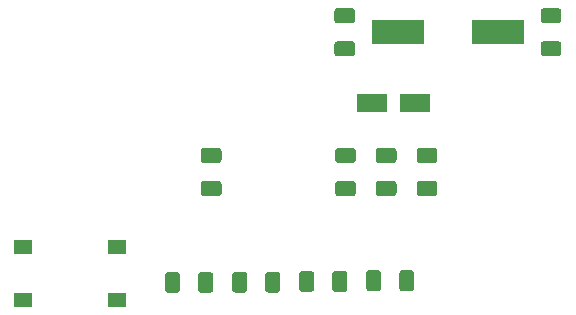
<source format=gbr>
G04 #@! TF.GenerationSoftware,KiCad,Pcbnew,(5.0.0)*
G04 #@! TF.CreationDate,2018-09-03T12:55:52-05:00*
G04 #@! TF.ProjectId,YAPS_Arduino_Shield_AVR,594150535F41726475696E6F5F536869,1.0*
G04 #@! TF.SameCoordinates,Original*
G04 #@! TF.FileFunction,Paste,Top*
G04 #@! TF.FilePolarity,Positive*
%FSLAX46Y46*%
G04 Gerber Fmt 4.6, Leading zero omitted, Abs format (unit mm)*
G04 Created by KiCad (PCBNEW (5.0.0)) date 09/03/18 12:55:52*
%MOMM*%
%LPD*%
G01*
G04 APERTURE LIST*
%ADD10C,0.127000*%
%ADD11C,1.250000*%
%ADD12R,1.550000X1.300000*%
%ADD13R,2.600000X1.600000*%
%ADD14R,4.500000X2.000000*%
G04 APERTURE END LIST*
D10*
G04 #@! TO.C,D4*
G36*
X146047504Y-118214204D02*
X146071773Y-118217804D01*
X146095571Y-118223765D01*
X146118671Y-118232030D01*
X146140849Y-118242520D01*
X146161893Y-118255133D01*
X146181598Y-118269747D01*
X146199777Y-118286223D01*
X146216253Y-118304402D01*
X146230867Y-118324107D01*
X146243480Y-118345151D01*
X146253970Y-118367329D01*
X146262235Y-118390429D01*
X146268196Y-118414227D01*
X146271796Y-118438496D01*
X146273000Y-118463000D01*
X146273000Y-119713000D01*
X146271796Y-119737504D01*
X146268196Y-119761773D01*
X146262235Y-119785571D01*
X146253970Y-119808671D01*
X146243480Y-119830849D01*
X146230867Y-119851893D01*
X146216253Y-119871598D01*
X146199777Y-119889777D01*
X146181598Y-119906253D01*
X146161893Y-119920867D01*
X146140849Y-119933480D01*
X146118671Y-119943970D01*
X146095571Y-119952235D01*
X146071773Y-119958196D01*
X146047504Y-119961796D01*
X146023000Y-119963000D01*
X145273000Y-119963000D01*
X145248496Y-119961796D01*
X145224227Y-119958196D01*
X145200429Y-119952235D01*
X145177329Y-119943970D01*
X145155151Y-119933480D01*
X145134107Y-119920867D01*
X145114402Y-119906253D01*
X145096223Y-119889777D01*
X145079747Y-119871598D01*
X145065133Y-119851893D01*
X145052520Y-119830849D01*
X145042030Y-119808671D01*
X145033765Y-119785571D01*
X145027804Y-119761773D01*
X145024204Y-119737504D01*
X145023000Y-119713000D01*
X145023000Y-118463000D01*
X145024204Y-118438496D01*
X145027804Y-118414227D01*
X145033765Y-118390429D01*
X145042030Y-118367329D01*
X145052520Y-118345151D01*
X145065133Y-118324107D01*
X145079747Y-118304402D01*
X145096223Y-118286223D01*
X145114402Y-118269747D01*
X145134107Y-118255133D01*
X145155151Y-118242520D01*
X145177329Y-118232030D01*
X145200429Y-118223765D01*
X145224227Y-118217804D01*
X145248496Y-118214204D01*
X145273000Y-118213000D01*
X146023000Y-118213000D01*
X146047504Y-118214204D01*
X146047504Y-118214204D01*
G37*
D11*
X145648000Y-119088000D03*
D10*
G36*
X148847504Y-118214204D02*
X148871773Y-118217804D01*
X148895571Y-118223765D01*
X148918671Y-118232030D01*
X148940849Y-118242520D01*
X148961893Y-118255133D01*
X148981598Y-118269747D01*
X148999777Y-118286223D01*
X149016253Y-118304402D01*
X149030867Y-118324107D01*
X149043480Y-118345151D01*
X149053970Y-118367329D01*
X149062235Y-118390429D01*
X149068196Y-118414227D01*
X149071796Y-118438496D01*
X149073000Y-118463000D01*
X149073000Y-119713000D01*
X149071796Y-119737504D01*
X149068196Y-119761773D01*
X149062235Y-119785571D01*
X149053970Y-119808671D01*
X149043480Y-119830849D01*
X149030867Y-119851893D01*
X149016253Y-119871598D01*
X148999777Y-119889777D01*
X148981598Y-119906253D01*
X148961893Y-119920867D01*
X148940849Y-119933480D01*
X148918671Y-119943970D01*
X148895571Y-119952235D01*
X148871773Y-119958196D01*
X148847504Y-119961796D01*
X148823000Y-119963000D01*
X148073000Y-119963000D01*
X148048496Y-119961796D01*
X148024227Y-119958196D01*
X148000429Y-119952235D01*
X147977329Y-119943970D01*
X147955151Y-119933480D01*
X147934107Y-119920867D01*
X147914402Y-119906253D01*
X147896223Y-119889777D01*
X147879747Y-119871598D01*
X147865133Y-119851893D01*
X147852520Y-119830849D01*
X147842030Y-119808671D01*
X147833765Y-119785571D01*
X147827804Y-119761773D01*
X147824204Y-119737504D01*
X147823000Y-119713000D01*
X147823000Y-118463000D01*
X147824204Y-118438496D01*
X147827804Y-118414227D01*
X147833765Y-118390429D01*
X147842030Y-118367329D01*
X147852520Y-118345151D01*
X147865133Y-118324107D01*
X147879747Y-118304402D01*
X147896223Y-118286223D01*
X147914402Y-118269747D01*
X147934107Y-118255133D01*
X147955151Y-118242520D01*
X147977329Y-118232030D01*
X148000429Y-118223765D01*
X148024227Y-118217804D01*
X148048496Y-118214204D01*
X148073000Y-118213000D01*
X148823000Y-118213000D01*
X148847504Y-118214204D01*
X148847504Y-118214204D01*
G37*
D11*
X148448000Y-119088000D03*
G04 #@! TD*
D10*
G04 #@! TO.C,R4*
G36*
X149567504Y-107718204D02*
X149591773Y-107721804D01*
X149615571Y-107727765D01*
X149638671Y-107736030D01*
X149660849Y-107746520D01*
X149681893Y-107759133D01*
X149701598Y-107773747D01*
X149719777Y-107790223D01*
X149736253Y-107808402D01*
X149750867Y-107828107D01*
X149763480Y-107849151D01*
X149773970Y-107871329D01*
X149782235Y-107894429D01*
X149788196Y-107918227D01*
X149791796Y-107942496D01*
X149793000Y-107967000D01*
X149793000Y-108717000D01*
X149791796Y-108741504D01*
X149788196Y-108765773D01*
X149782235Y-108789571D01*
X149773970Y-108812671D01*
X149763480Y-108834849D01*
X149750867Y-108855893D01*
X149736253Y-108875598D01*
X149719777Y-108893777D01*
X149701598Y-108910253D01*
X149681893Y-108924867D01*
X149660849Y-108937480D01*
X149638671Y-108947970D01*
X149615571Y-108956235D01*
X149591773Y-108962196D01*
X149567504Y-108965796D01*
X149543000Y-108967000D01*
X148293000Y-108967000D01*
X148268496Y-108965796D01*
X148244227Y-108962196D01*
X148220429Y-108956235D01*
X148197329Y-108947970D01*
X148175151Y-108937480D01*
X148154107Y-108924867D01*
X148134402Y-108910253D01*
X148116223Y-108893777D01*
X148099747Y-108875598D01*
X148085133Y-108855893D01*
X148072520Y-108834849D01*
X148062030Y-108812671D01*
X148053765Y-108789571D01*
X148047804Y-108765773D01*
X148044204Y-108741504D01*
X148043000Y-108717000D01*
X148043000Y-107967000D01*
X148044204Y-107942496D01*
X148047804Y-107918227D01*
X148053765Y-107894429D01*
X148062030Y-107871329D01*
X148072520Y-107849151D01*
X148085133Y-107828107D01*
X148099747Y-107808402D01*
X148116223Y-107790223D01*
X148134402Y-107773747D01*
X148154107Y-107759133D01*
X148175151Y-107746520D01*
X148197329Y-107736030D01*
X148220429Y-107727765D01*
X148244227Y-107721804D01*
X148268496Y-107718204D01*
X148293000Y-107717000D01*
X149543000Y-107717000D01*
X149567504Y-107718204D01*
X149567504Y-107718204D01*
G37*
D11*
X148918000Y-108342000D03*
D10*
G36*
X149567504Y-110518204D02*
X149591773Y-110521804D01*
X149615571Y-110527765D01*
X149638671Y-110536030D01*
X149660849Y-110546520D01*
X149681893Y-110559133D01*
X149701598Y-110573747D01*
X149719777Y-110590223D01*
X149736253Y-110608402D01*
X149750867Y-110628107D01*
X149763480Y-110649151D01*
X149773970Y-110671329D01*
X149782235Y-110694429D01*
X149788196Y-110718227D01*
X149791796Y-110742496D01*
X149793000Y-110767000D01*
X149793000Y-111517000D01*
X149791796Y-111541504D01*
X149788196Y-111565773D01*
X149782235Y-111589571D01*
X149773970Y-111612671D01*
X149763480Y-111634849D01*
X149750867Y-111655893D01*
X149736253Y-111675598D01*
X149719777Y-111693777D01*
X149701598Y-111710253D01*
X149681893Y-111724867D01*
X149660849Y-111737480D01*
X149638671Y-111747970D01*
X149615571Y-111756235D01*
X149591773Y-111762196D01*
X149567504Y-111765796D01*
X149543000Y-111767000D01*
X148293000Y-111767000D01*
X148268496Y-111765796D01*
X148244227Y-111762196D01*
X148220429Y-111756235D01*
X148197329Y-111747970D01*
X148175151Y-111737480D01*
X148154107Y-111724867D01*
X148134402Y-111710253D01*
X148116223Y-111693777D01*
X148099747Y-111675598D01*
X148085133Y-111655893D01*
X148072520Y-111634849D01*
X148062030Y-111612671D01*
X148053765Y-111589571D01*
X148047804Y-111565773D01*
X148044204Y-111541504D01*
X148043000Y-111517000D01*
X148043000Y-110767000D01*
X148044204Y-110742496D01*
X148047804Y-110718227D01*
X148053765Y-110694429D01*
X148062030Y-110671329D01*
X148072520Y-110649151D01*
X148085133Y-110628107D01*
X148099747Y-110608402D01*
X148116223Y-110590223D01*
X148134402Y-110573747D01*
X148154107Y-110559133D01*
X148175151Y-110546520D01*
X148197329Y-110536030D01*
X148220429Y-110527765D01*
X148244227Y-110521804D01*
X148268496Y-110518204D01*
X148293000Y-110517000D01*
X149543000Y-110517000D01*
X149567504Y-110518204D01*
X149567504Y-110518204D01*
G37*
D11*
X148918000Y-111142000D03*
G04 #@! TD*
D12*
G04 #@! TO.C,SW1*
X140922000Y-120566000D03*
X132972000Y-120566000D03*
X140922000Y-116066000D03*
X132972000Y-116066000D03*
G04 #@! TD*
D10*
G04 #@! TO.C,C1*
G36*
X160872504Y-95888104D02*
X160896773Y-95891704D01*
X160920571Y-95897665D01*
X160943671Y-95905930D01*
X160965849Y-95916420D01*
X160986893Y-95929033D01*
X161006598Y-95943647D01*
X161024777Y-95960123D01*
X161041253Y-95978302D01*
X161055867Y-95998007D01*
X161068480Y-96019051D01*
X161078970Y-96041229D01*
X161087235Y-96064329D01*
X161093196Y-96088127D01*
X161096796Y-96112396D01*
X161098000Y-96136900D01*
X161098000Y-96886900D01*
X161096796Y-96911404D01*
X161093196Y-96935673D01*
X161087235Y-96959471D01*
X161078970Y-96982571D01*
X161068480Y-97004749D01*
X161055867Y-97025793D01*
X161041253Y-97045498D01*
X161024777Y-97063677D01*
X161006598Y-97080153D01*
X160986893Y-97094767D01*
X160965849Y-97107380D01*
X160943671Y-97117870D01*
X160920571Y-97126135D01*
X160896773Y-97132096D01*
X160872504Y-97135696D01*
X160848000Y-97136900D01*
X159598000Y-97136900D01*
X159573496Y-97135696D01*
X159549227Y-97132096D01*
X159525429Y-97126135D01*
X159502329Y-97117870D01*
X159480151Y-97107380D01*
X159459107Y-97094767D01*
X159439402Y-97080153D01*
X159421223Y-97063677D01*
X159404747Y-97045498D01*
X159390133Y-97025793D01*
X159377520Y-97004749D01*
X159367030Y-96982571D01*
X159358765Y-96959471D01*
X159352804Y-96935673D01*
X159349204Y-96911404D01*
X159348000Y-96886900D01*
X159348000Y-96136900D01*
X159349204Y-96112396D01*
X159352804Y-96088127D01*
X159358765Y-96064329D01*
X159367030Y-96041229D01*
X159377520Y-96019051D01*
X159390133Y-95998007D01*
X159404747Y-95978302D01*
X159421223Y-95960123D01*
X159439402Y-95943647D01*
X159459107Y-95929033D01*
X159480151Y-95916420D01*
X159502329Y-95905930D01*
X159525429Y-95897665D01*
X159549227Y-95891704D01*
X159573496Y-95888104D01*
X159598000Y-95886900D01*
X160848000Y-95886900D01*
X160872504Y-95888104D01*
X160872504Y-95888104D01*
G37*
D11*
X160223000Y-96511900D03*
D10*
G36*
X160872504Y-98688104D02*
X160896773Y-98691704D01*
X160920571Y-98697665D01*
X160943671Y-98705930D01*
X160965849Y-98716420D01*
X160986893Y-98729033D01*
X161006598Y-98743647D01*
X161024777Y-98760123D01*
X161041253Y-98778302D01*
X161055867Y-98798007D01*
X161068480Y-98819051D01*
X161078970Y-98841229D01*
X161087235Y-98864329D01*
X161093196Y-98888127D01*
X161096796Y-98912396D01*
X161098000Y-98936900D01*
X161098000Y-99686900D01*
X161096796Y-99711404D01*
X161093196Y-99735673D01*
X161087235Y-99759471D01*
X161078970Y-99782571D01*
X161068480Y-99804749D01*
X161055867Y-99825793D01*
X161041253Y-99845498D01*
X161024777Y-99863677D01*
X161006598Y-99880153D01*
X160986893Y-99894767D01*
X160965849Y-99907380D01*
X160943671Y-99917870D01*
X160920571Y-99926135D01*
X160896773Y-99932096D01*
X160872504Y-99935696D01*
X160848000Y-99936900D01*
X159598000Y-99936900D01*
X159573496Y-99935696D01*
X159549227Y-99932096D01*
X159525429Y-99926135D01*
X159502329Y-99917870D01*
X159480151Y-99907380D01*
X159459107Y-99894767D01*
X159439402Y-99880153D01*
X159421223Y-99863677D01*
X159404747Y-99845498D01*
X159390133Y-99825793D01*
X159377520Y-99804749D01*
X159367030Y-99782571D01*
X159358765Y-99759471D01*
X159352804Y-99735673D01*
X159349204Y-99711404D01*
X159348000Y-99686900D01*
X159348000Y-98936900D01*
X159349204Y-98912396D01*
X159352804Y-98888127D01*
X159358765Y-98864329D01*
X159367030Y-98841229D01*
X159377520Y-98819051D01*
X159390133Y-98798007D01*
X159404747Y-98778302D01*
X159421223Y-98760123D01*
X159439402Y-98743647D01*
X159459107Y-98729033D01*
X159480151Y-98716420D01*
X159502329Y-98705930D01*
X159525429Y-98697665D01*
X159549227Y-98691704D01*
X159573496Y-98688104D01*
X159598000Y-98686900D01*
X160848000Y-98686900D01*
X160872504Y-98688104D01*
X160872504Y-98688104D01*
G37*
D11*
X160223000Y-99311900D03*
G04 #@! TD*
D10*
G04 #@! TO.C,C2*
G36*
X178340504Y-98688104D02*
X178364773Y-98691704D01*
X178388571Y-98697665D01*
X178411671Y-98705930D01*
X178433849Y-98716420D01*
X178454893Y-98729033D01*
X178474598Y-98743647D01*
X178492777Y-98760123D01*
X178509253Y-98778302D01*
X178523867Y-98798007D01*
X178536480Y-98819051D01*
X178546970Y-98841229D01*
X178555235Y-98864329D01*
X178561196Y-98888127D01*
X178564796Y-98912396D01*
X178566000Y-98936900D01*
X178566000Y-99686900D01*
X178564796Y-99711404D01*
X178561196Y-99735673D01*
X178555235Y-99759471D01*
X178546970Y-99782571D01*
X178536480Y-99804749D01*
X178523867Y-99825793D01*
X178509253Y-99845498D01*
X178492777Y-99863677D01*
X178474598Y-99880153D01*
X178454893Y-99894767D01*
X178433849Y-99907380D01*
X178411671Y-99917870D01*
X178388571Y-99926135D01*
X178364773Y-99932096D01*
X178340504Y-99935696D01*
X178316000Y-99936900D01*
X177066000Y-99936900D01*
X177041496Y-99935696D01*
X177017227Y-99932096D01*
X176993429Y-99926135D01*
X176970329Y-99917870D01*
X176948151Y-99907380D01*
X176927107Y-99894767D01*
X176907402Y-99880153D01*
X176889223Y-99863677D01*
X176872747Y-99845498D01*
X176858133Y-99825793D01*
X176845520Y-99804749D01*
X176835030Y-99782571D01*
X176826765Y-99759471D01*
X176820804Y-99735673D01*
X176817204Y-99711404D01*
X176816000Y-99686900D01*
X176816000Y-98936900D01*
X176817204Y-98912396D01*
X176820804Y-98888127D01*
X176826765Y-98864329D01*
X176835030Y-98841229D01*
X176845520Y-98819051D01*
X176858133Y-98798007D01*
X176872747Y-98778302D01*
X176889223Y-98760123D01*
X176907402Y-98743647D01*
X176927107Y-98729033D01*
X176948151Y-98716420D01*
X176970329Y-98705930D01*
X176993429Y-98697665D01*
X177017227Y-98691704D01*
X177041496Y-98688104D01*
X177066000Y-98686900D01*
X178316000Y-98686900D01*
X178340504Y-98688104D01*
X178340504Y-98688104D01*
G37*
D11*
X177691000Y-99311900D03*
D10*
G36*
X178340504Y-95888104D02*
X178364773Y-95891704D01*
X178388571Y-95897665D01*
X178411671Y-95905930D01*
X178433849Y-95916420D01*
X178454893Y-95929033D01*
X178474598Y-95943647D01*
X178492777Y-95960123D01*
X178509253Y-95978302D01*
X178523867Y-95998007D01*
X178536480Y-96019051D01*
X178546970Y-96041229D01*
X178555235Y-96064329D01*
X178561196Y-96088127D01*
X178564796Y-96112396D01*
X178566000Y-96136900D01*
X178566000Y-96886900D01*
X178564796Y-96911404D01*
X178561196Y-96935673D01*
X178555235Y-96959471D01*
X178546970Y-96982571D01*
X178536480Y-97004749D01*
X178523867Y-97025793D01*
X178509253Y-97045498D01*
X178492777Y-97063677D01*
X178474598Y-97080153D01*
X178454893Y-97094767D01*
X178433849Y-97107380D01*
X178411671Y-97117870D01*
X178388571Y-97126135D01*
X178364773Y-97132096D01*
X178340504Y-97135696D01*
X178316000Y-97136900D01*
X177066000Y-97136900D01*
X177041496Y-97135696D01*
X177017227Y-97132096D01*
X176993429Y-97126135D01*
X176970329Y-97117870D01*
X176948151Y-97107380D01*
X176927107Y-97094767D01*
X176907402Y-97080153D01*
X176889223Y-97063677D01*
X176872747Y-97045498D01*
X176858133Y-97025793D01*
X176845520Y-97004749D01*
X176835030Y-96982571D01*
X176826765Y-96959471D01*
X176820804Y-96935673D01*
X176817204Y-96911404D01*
X176816000Y-96886900D01*
X176816000Y-96136900D01*
X176817204Y-96112396D01*
X176820804Y-96088127D01*
X176826765Y-96064329D01*
X176835030Y-96041229D01*
X176845520Y-96019051D01*
X176858133Y-95998007D01*
X176872747Y-95978302D01*
X176889223Y-95960123D01*
X176907402Y-95943647D01*
X176927107Y-95929033D01*
X176948151Y-95916420D01*
X176970329Y-95905930D01*
X176993429Y-95897665D01*
X177017227Y-95891704D01*
X177041496Y-95888104D01*
X177066000Y-95886900D01*
X178316000Y-95886900D01*
X178340504Y-95888104D01*
X178340504Y-95888104D01*
G37*
D11*
X177691000Y-96511900D03*
G04 #@! TD*
D13*
G04 #@! TO.C,C3*
X166158000Y-103886000D03*
X162558000Y-103886000D03*
G04 #@! TD*
D10*
G04 #@! TO.C,D1*
G36*
X165875504Y-118074204D02*
X165899773Y-118077804D01*
X165923571Y-118083765D01*
X165946671Y-118092030D01*
X165968849Y-118102520D01*
X165989893Y-118115133D01*
X166009598Y-118129747D01*
X166027777Y-118146223D01*
X166044253Y-118164402D01*
X166058867Y-118184107D01*
X166071480Y-118205151D01*
X166081970Y-118227329D01*
X166090235Y-118250429D01*
X166096196Y-118274227D01*
X166099796Y-118298496D01*
X166101000Y-118323000D01*
X166101000Y-119573000D01*
X166099796Y-119597504D01*
X166096196Y-119621773D01*
X166090235Y-119645571D01*
X166081970Y-119668671D01*
X166071480Y-119690849D01*
X166058867Y-119711893D01*
X166044253Y-119731598D01*
X166027777Y-119749777D01*
X166009598Y-119766253D01*
X165989893Y-119780867D01*
X165968849Y-119793480D01*
X165946671Y-119803970D01*
X165923571Y-119812235D01*
X165899773Y-119818196D01*
X165875504Y-119821796D01*
X165851000Y-119823000D01*
X165101000Y-119823000D01*
X165076496Y-119821796D01*
X165052227Y-119818196D01*
X165028429Y-119812235D01*
X165005329Y-119803970D01*
X164983151Y-119793480D01*
X164962107Y-119780867D01*
X164942402Y-119766253D01*
X164924223Y-119749777D01*
X164907747Y-119731598D01*
X164893133Y-119711893D01*
X164880520Y-119690849D01*
X164870030Y-119668671D01*
X164861765Y-119645571D01*
X164855804Y-119621773D01*
X164852204Y-119597504D01*
X164851000Y-119573000D01*
X164851000Y-118323000D01*
X164852204Y-118298496D01*
X164855804Y-118274227D01*
X164861765Y-118250429D01*
X164870030Y-118227329D01*
X164880520Y-118205151D01*
X164893133Y-118184107D01*
X164907747Y-118164402D01*
X164924223Y-118146223D01*
X164942402Y-118129747D01*
X164962107Y-118115133D01*
X164983151Y-118102520D01*
X165005329Y-118092030D01*
X165028429Y-118083765D01*
X165052227Y-118077804D01*
X165076496Y-118074204D01*
X165101000Y-118073000D01*
X165851000Y-118073000D01*
X165875504Y-118074204D01*
X165875504Y-118074204D01*
G37*
D11*
X165476000Y-118948000D03*
D10*
G36*
X163075504Y-118074204D02*
X163099773Y-118077804D01*
X163123571Y-118083765D01*
X163146671Y-118092030D01*
X163168849Y-118102520D01*
X163189893Y-118115133D01*
X163209598Y-118129747D01*
X163227777Y-118146223D01*
X163244253Y-118164402D01*
X163258867Y-118184107D01*
X163271480Y-118205151D01*
X163281970Y-118227329D01*
X163290235Y-118250429D01*
X163296196Y-118274227D01*
X163299796Y-118298496D01*
X163301000Y-118323000D01*
X163301000Y-119573000D01*
X163299796Y-119597504D01*
X163296196Y-119621773D01*
X163290235Y-119645571D01*
X163281970Y-119668671D01*
X163271480Y-119690849D01*
X163258867Y-119711893D01*
X163244253Y-119731598D01*
X163227777Y-119749777D01*
X163209598Y-119766253D01*
X163189893Y-119780867D01*
X163168849Y-119793480D01*
X163146671Y-119803970D01*
X163123571Y-119812235D01*
X163099773Y-119818196D01*
X163075504Y-119821796D01*
X163051000Y-119823000D01*
X162301000Y-119823000D01*
X162276496Y-119821796D01*
X162252227Y-119818196D01*
X162228429Y-119812235D01*
X162205329Y-119803970D01*
X162183151Y-119793480D01*
X162162107Y-119780867D01*
X162142402Y-119766253D01*
X162124223Y-119749777D01*
X162107747Y-119731598D01*
X162093133Y-119711893D01*
X162080520Y-119690849D01*
X162070030Y-119668671D01*
X162061765Y-119645571D01*
X162055804Y-119621773D01*
X162052204Y-119597504D01*
X162051000Y-119573000D01*
X162051000Y-118323000D01*
X162052204Y-118298496D01*
X162055804Y-118274227D01*
X162061765Y-118250429D01*
X162070030Y-118227329D01*
X162080520Y-118205151D01*
X162093133Y-118184107D01*
X162107747Y-118164402D01*
X162124223Y-118146223D01*
X162142402Y-118129747D01*
X162162107Y-118115133D01*
X162183151Y-118102520D01*
X162205329Y-118092030D01*
X162228429Y-118083765D01*
X162252227Y-118077804D01*
X162276496Y-118074204D01*
X162301000Y-118073000D01*
X163051000Y-118073000D01*
X163075504Y-118074204D01*
X163075504Y-118074204D01*
G37*
D11*
X162676000Y-118948000D03*
G04 #@! TD*
D10*
G04 #@! TO.C,D2*
G36*
X157399504Y-118138204D02*
X157423773Y-118141804D01*
X157447571Y-118147765D01*
X157470671Y-118156030D01*
X157492849Y-118166520D01*
X157513893Y-118179133D01*
X157533598Y-118193747D01*
X157551777Y-118210223D01*
X157568253Y-118228402D01*
X157582867Y-118248107D01*
X157595480Y-118269151D01*
X157605970Y-118291329D01*
X157614235Y-118314429D01*
X157620196Y-118338227D01*
X157623796Y-118362496D01*
X157625000Y-118387000D01*
X157625000Y-119637000D01*
X157623796Y-119661504D01*
X157620196Y-119685773D01*
X157614235Y-119709571D01*
X157605970Y-119732671D01*
X157595480Y-119754849D01*
X157582867Y-119775893D01*
X157568253Y-119795598D01*
X157551777Y-119813777D01*
X157533598Y-119830253D01*
X157513893Y-119844867D01*
X157492849Y-119857480D01*
X157470671Y-119867970D01*
X157447571Y-119876235D01*
X157423773Y-119882196D01*
X157399504Y-119885796D01*
X157375000Y-119887000D01*
X156625000Y-119887000D01*
X156600496Y-119885796D01*
X156576227Y-119882196D01*
X156552429Y-119876235D01*
X156529329Y-119867970D01*
X156507151Y-119857480D01*
X156486107Y-119844867D01*
X156466402Y-119830253D01*
X156448223Y-119813777D01*
X156431747Y-119795598D01*
X156417133Y-119775893D01*
X156404520Y-119754849D01*
X156394030Y-119732671D01*
X156385765Y-119709571D01*
X156379804Y-119685773D01*
X156376204Y-119661504D01*
X156375000Y-119637000D01*
X156375000Y-118387000D01*
X156376204Y-118362496D01*
X156379804Y-118338227D01*
X156385765Y-118314429D01*
X156394030Y-118291329D01*
X156404520Y-118269151D01*
X156417133Y-118248107D01*
X156431747Y-118228402D01*
X156448223Y-118210223D01*
X156466402Y-118193747D01*
X156486107Y-118179133D01*
X156507151Y-118166520D01*
X156529329Y-118156030D01*
X156552429Y-118147765D01*
X156576227Y-118141804D01*
X156600496Y-118138204D01*
X156625000Y-118137000D01*
X157375000Y-118137000D01*
X157399504Y-118138204D01*
X157399504Y-118138204D01*
G37*
D11*
X157000000Y-119012000D03*
D10*
G36*
X160199504Y-118138204D02*
X160223773Y-118141804D01*
X160247571Y-118147765D01*
X160270671Y-118156030D01*
X160292849Y-118166520D01*
X160313893Y-118179133D01*
X160333598Y-118193747D01*
X160351777Y-118210223D01*
X160368253Y-118228402D01*
X160382867Y-118248107D01*
X160395480Y-118269151D01*
X160405970Y-118291329D01*
X160414235Y-118314429D01*
X160420196Y-118338227D01*
X160423796Y-118362496D01*
X160425000Y-118387000D01*
X160425000Y-119637000D01*
X160423796Y-119661504D01*
X160420196Y-119685773D01*
X160414235Y-119709571D01*
X160405970Y-119732671D01*
X160395480Y-119754849D01*
X160382867Y-119775893D01*
X160368253Y-119795598D01*
X160351777Y-119813777D01*
X160333598Y-119830253D01*
X160313893Y-119844867D01*
X160292849Y-119857480D01*
X160270671Y-119867970D01*
X160247571Y-119876235D01*
X160223773Y-119882196D01*
X160199504Y-119885796D01*
X160175000Y-119887000D01*
X159425000Y-119887000D01*
X159400496Y-119885796D01*
X159376227Y-119882196D01*
X159352429Y-119876235D01*
X159329329Y-119867970D01*
X159307151Y-119857480D01*
X159286107Y-119844867D01*
X159266402Y-119830253D01*
X159248223Y-119813777D01*
X159231747Y-119795598D01*
X159217133Y-119775893D01*
X159204520Y-119754849D01*
X159194030Y-119732671D01*
X159185765Y-119709571D01*
X159179804Y-119685773D01*
X159176204Y-119661504D01*
X159175000Y-119637000D01*
X159175000Y-118387000D01*
X159176204Y-118362496D01*
X159179804Y-118338227D01*
X159185765Y-118314429D01*
X159194030Y-118291329D01*
X159204520Y-118269151D01*
X159217133Y-118248107D01*
X159231747Y-118228402D01*
X159248223Y-118210223D01*
X159266402Y-118193747D01*
X159286107Y-118179133D01*
X159307151Y-118166520D01*
X159329329Y-118156030D01*
X159352429Y-118147765D01*
X159376227Y-118141804D01*
X159400496Y-118138204D01*
X159425000Y-118137000D01*
X160175000Y-118137000D01*
X160199504Y-118138204D01*
X160199504Y-118138204D01*
G37*
D11*
X159800000Y-119012000D03*
G04 #@! TD*
D10*
G04 #@! TO.C,D3*
G36*
X151723504Y-118201204D02*
X151747773Y-118204804D01*
X151771571Y-118210765D01*
X151794671Y-118219030D01*
X151816849Y-118229520D01*
X151837893Y-118242133D01*
X151857598Y-118256747D01*
X151875777Y-118273223D01*
X151892253Y-118291402D01*
X151906867Y-118311107D01*
X151919480Y-118332151D01*
X151929970Y-118354329D01*
X151938235Y-118377429D01*
X151944196Y-118401227D01*
X151947796Y-118425496D01*
X151949000Y-118450000D01*
X151949000Y-119700000D01*
X151947796Y-119724504D01*
X151944196Y-119748773D01*
X151938235Y-119772571D01*
X151929970Y-119795671D01*
X151919480Y-119817849D01*
X151906867Y-119838893D01*
X151892253Y-119858598D01*
X151875777Y-119876777D01*
X151857598Y-119893253D01*
X151837893Y-119907867D01*
X151816849Y-119920480D01*
X151794671Y-119930970D01*
X151771571Y-119939235D01*
X151747773Y-119945196D01*
X151723504Y-119948796D01*
X151699000Y-119950000D01*
X150949000Y-119950000D01*
X150924496Y-119948796D01*
X150900227Y-119945196D01*
X150876429Y-119939235D01*
X150853329Y-119930970D01*
X150831151Y-119920480D01*
X150810107Y-119907867D01*
X150790402Y-119893253D01*
X150772223Y-119876777D01*
X150755747Y-119858598D01*
X150741133Y-119838893D01*
X150728520Y-119817849D01*
X150718030Y-119795671D01*
X150709765Y-119772571D01*
X150703804Y-119748773D01*
X150700204Y-119724504D01*
X150699000Y-119700000D01*
X150699000Y-118450000D01*
X150700204Y-118425496D01*
X150703804Y-118401227D01*
X150709765Y-118377429D01*
X150718030Y-118354329D01*
X150728520Y-118332151D01*
X150741133Y-118311107D01*
X150755747Y-118291402D01*
X150772223Y-118273223D01*
X150790402Y-118256747D01*
X150810107Y-118242133D01*
X150831151Y-118229520D01*
X150853329Y-118219030D01*
X150876429Y-118210765D01*
X150900227Y-118204804D01*
X150924496Y-118201204D01*
X150949000Y-118200000D01*
X151699000Y-118200000D01*
X151723504Y-118201204D01*
X151723504Y-118201204D01*
G37*
D11*
X151324000Y-119075000D03*
D10*
G36*
X154523504Y-118201204D02*
X154547773Y-118204804D01*
X154571571Y-118210765D01*
X154594671Y-118219030D01*
X154616849Y-118229520D01*
X154637893Y-118242133D01*
X154657598Y-118256747D01*
X154675777Y-118273223D01*
X154692253Y-118291402D01*
X154706867Y-118311107D01*
X154719480Y-118332151D01*
X154729970Y-118354329D01*
X154738235Y-118377429D01*
X154744196Y-118401227D01*
X154747796Y-118425496D01*
X154749000Y-118450000D01*
X154749000Y-119700000D01*
X154747796Y-119724504D01*
X154744196Y-119748773D01*
X154738235Y-119772571D01*
X154729970Y-119795671D01*
X154719480Y-119817849D01*
X154706867Y-119838893D01*
X154692253Y-119858598D01*
X154675777Y-119876777D01*
X154657598Y-119893253D01*
X154637893Y-119907867D01*
X154616849Y-119920480D01*
X154594671Y-119930970D01*
X154571571Y-119939235D01*
X154547773Y-119945196D01*
X154523504Y-119948796D01*
X154499000Y-119950000D01*
X153749000Y-119950000D01*
X153724496Y-119948796D01*
X153700227Y-119945196D01*
X153676429Y-119939235D01*
X153653329Y-119930970D01*
X153631151Y-119920480D01*
X153610107Y-119907867D01*
X153590402Y-119893253D01*
X153572223Y-119876777D01*
X153555747Y-119858598D01*
X153541133Y-119838893D01*
X153528520Y-119817849D01*
X153518030Y-119795671D01*
X153509765Y-119772571D01*
X153503804Y-119748773D01*
X153500204Y-119724504D01*
X153499000Y-119700000D01*
X153499000Y-118450000D01*
X153500204Y-118425496D01*
X153503804Y-118401227D01*
X153509765Y-118377429D01*
X153518030Y-118354329D01*
X153528520Y-118332151D01*
X153541133Y-118311107D01*
X153555747Y-118291402D01*
X153572223Y-118273223D01*
X153590402Y-118256747D01*
X153610107Y-118242133D01*
X153631151Y-118229520D01*
X153653329Y-118219030D01*
X153676429Y-118210765D01*
X153700227Y-118204804D01*
X153724496Y-118201204D01*
X153749000Y-118200000D01*
X154499000Y-118200000D01*
X154523504Y-118201204D01*
X154523504Y-118201204D01*
G37*
D11*
X154124000Y-119075000D03*
G04 #@! TD*
D10*
G04 #@! TO.C,R1*
G36*
X160936504Y-107718204D02*
X160960773Y-107721804D01*
X160984571Y-107727765D01*
X161007671Y-107736030D01*
X161029849Y-107746520D01*
X161050893Y-107759133D01*
X161070598Y-107773747D01*
X161088777Y-107790223D01*
X161105253Y-107808402D01*
X161119867Y-107828107D01*
X161132480Y-107849151D01*
X161142970Y-107871329D01*
X161151235Y-107894429D01*
X161157196Y-107918227D01*
X161160796Y-107942496D01*
X161162000Y-107967000D01*
X161162000Y-108717000D01*
X161160796Y-108741504D01*
X161157196Y-108765773D01*
X161151235Y-108789571D01*
X161142970Y-108812671D01*
X161132480Y-108834849D01*
X161119867Y-108855893D01*
X161105253Y-108875598D01*
X161088777Y-108893777D01*
X161070598Y-108910253D01*
X161050893Y-108924867D01*
X161029849Y-108937480D01*
X161007671Y-108947970D01*
X160984571Y-108956235D01*
X160960773Y-108962196D01*
X160936504Y-108965796D01*
X160912000Y-108967000D01*
X159662000Y-108967000D01*
X159637496Y-108965796D01*
X159613227Y-108962196D01*
X159589429Y-108956235D01*
X159566329Y-108947970D01*
X159544151Y-108937480D01*
X159523107Y-108924867D01*
X159503402Y-108910253D01*
X159485223Y-108893777D01*
X159468747Y-108875598D01*
X159454133Y-108855893D01*
X159441520Y-108834849D01*
X159431030Y-108812671D01*
X159422765Y-108789571D01*
X159416804Y-108765773D01*
X159413204Y-108741504D01*
X159412000Y-108717000D01*
X159412000Y-107967000D01*
X159413204Y-107942496D01*
X159416804Y-107918227D01*
X159422765Y-107894429D01*
X159431030Y-107871329D01*
X159441520Y-107849151D01*
X159454133Y-107828107D01*
X159468747Y-107808402D01*
X159485223Y-107790223D01*
X159503402Y-107773747D01*
X159523107Y-107759133D01*
X159544151Y-107746520D01*
X159566329Y-107736030D01*
X159589429Y-107727765D01*
X159613227Y-107721804D01*
X159637496Y-107718204D01*
X159662000Y-107717000D01*
X160912000Y-107717000D01*
X160936504Y-107718204D01*
X160936504Y-107718204D01*
G37*
D11*
X160287000Y-108342000D03*
D10*
G36*
X160936504Y-110518204D02*
X160960773Y-110521804D01*
X160984571Y-110527765D01*
X161007671Y-110536030D01*
X161029849Y-110546520D01*
X161050893Y-110559133D01*
X161070598Y-110573747D01*
X161088777Y-110590223D01*
X161105253Y-110608402D01*
X161119867Y-110628107D01*
X161132480Y-110649151D01*
X161142970Y-110671329D01*
X161151235Y-110694429D01*
X161157196Y-110718227D01*
X161160796Y-110742496D01*
X161162000Y-110767000D01*
X161162000Y-111517000D01*
X161160796Y-111541504D01*
X161157196Y-111565773D01*
X161151235Y-111589571D01*
X161142970Y-111612671D01*
X161132480Y-111634849D01*
X161119867Y-111655893D01*
X161105253Y-111675598D01*
X161088777Y-111693777D01*
X161070598Y-111710253D01*
X161050893Y-111724867D01*
X161029849Y-111737480D01*
X161007671Y-111747970D01*
X160984571Y-111756235D01*
X160960773Y-111762196D01*
X160936504Y-111765796D01*
X160912000Y-111767000D01*
X159662000Y-111767000D01*
X159637496Y-111765796D01*
X159613227Y-111762196D01*
X159589429Y-111756235D01*
X159566329Y-111747970D01*
X159544151Y-111737480D01*
X159523107Y-111724867D01*
X159503402Y-111710253D01*
X159485223Y-111693777D01*
X159468747Y-111675598D01*
X159454133Y-111655893D01*
X159441520Y-111634849D01*
X159431030Y-111612671D01*
X159422765Y-111589571D01*
X159416804Y-111565773D01*
X159413204Y-111541504D01*
X159412000Y-111517000D01*
X159412000Y-110767000D01*
X159413204Y-110742496D01*
X159416804Y-110718227D01*
X159422765Y-110694429D01*
X159431030Y-110671329D01*
X159441520Y-110649151D01*
X159454133Y-110628107D01*
X159468747Y-110608402D01*
X159485223Y-110590223D01*
X159503402Y-110573747D01*
X159523107Y-110559133D01*
X159544151Y-110546520D01*
X159566329Y-110536030D01*
X159589429Y-110527765D01*
X159613227Y-110521804D01*
X159637496Y-110518204D01*
X159662000Y-110517000D01*
X160912000Y-110517000D01*
X160936504Y-110518204D01*
X160936504Y-110518204D01*
G37*
D11*
X160287000Y-111142000D03*
G04 #@! TD*
D10*
G04 #@! TO.C,R2*
G36*
X164381504Y-110518204D02*
X164405773Y-110521804D01*
X164429571Y-110527765D01*
X164452671Y-110536030D01*
X164474849Y-110546520D01*
X164495893Y-110559133D01*
X164515598Y-110573747D01*
X164533777Y-110590223D01*
X164550253Y-110608402D01*
X164564867Y-110628107D01*
X164577480Y-110649151D01*
X164587970Y-110671329D01*
X164596235Y-110694429D01*
X164602196Y-110718227D01*
X164605796Y-110742496D01*
X164607000Y-110767000D01*
X164607000Y-111517000D01*
X164605796Y-111541504D01*
X164602196Y-111565773D01*
X164596235Y-111589571D01*
X164587970Y-111612671D01*
X164577480Y-111634849D01*
X164564867Y-111655893D01*
X164550253Y-111675598D01*
X164533777Y-111693777D01*
X164515598Y-111710253D01*
X164495893Y-111724867D01*
X164474849Y-111737480D01*
X164452671Y-111747970D01*
X164429571Y-111756235D01*
X164405773Y-111762196D01*
X164381504Y-111765796D01*
X164357000Y-111767000D01*
X163107000Y-111767000D01*
X163082496Y-111765796D01*
X163058227Y-111762196D01*
X163034429Y-111756235D01*
X163011329Y-111747970D01*
X162989151Y-111737480D01*
X162968107Y-111724867D01*
X162948402Y-111710253D01*
X162930223Y-111693777D01*
X162913747Y-111675598D01*
X162899133Y-111655893D01*
X162886520Y-111634849D01*
X162876030Y-111612671D01*
X162867765Y-111589571D01*
X162861804Y-111565773D01*
X162858204Y-111541504D01*
X162857000Y-111517000D01*
X162857000Y-110767000D01*
X162858204Y-110742496D01*
X162861804Y-110718227D01*
X162867765Y-110694429D01*
X162876030Y-110671329D01*
X162886520Y-110649151D01*
X162899133Y-110628107D01*
X162913747Y-110608402D01*
X162930223Y-110590223D01*
X162948402Y-110573747D01*
X162968107Y-110559133D01*
X162989151Y-110546520D01*
X163011329Y-110536030D01*
X163034429Y-110527765D01*
X163058227Y-110521804D01*
X163082496Y-110518204D01*
X163107000Y-110517000D01*
X164357000Y-110517000D01*
X164381504Y-110518204D01*
X164381504Y-110518204D01*
G37*
D11*
X163732000Y-111142000D03*
D10*
G36*
X164381504Y-107718204D02*
X164405773Y-107721804D01*
X164429571Y-107727765D01*
X164452671Y-107736030D01*
X164474849Y-107746520D01*
X164495893Y-107759133D01*
X164515598Y-107773747D01*
X164533777Y-107790223D01*
X164550253Y-107808402D01*
X164564867Y-107828107D01*
X164577480Y-107849151D01*
X164587970Y-107871329D01*
X164596235Y-107894429D01*
X164602196Y-107918227D01*
X164605796Y-107942496D01*
X164607000Y-107967000D01*
X164607000Y-108717000D01*
X164605796Y-108741504D01*
X164602196Y-108765773D01*
X164596235Y-108789571D01*
X164587970Y-108812671D01*
X164577480Y-108834849D01*
X164564867Y-108855893D01*
X164550253Y-108875598D01*
X164533777Y-108893777D01*
X164515598Y-108910253D01*
X164495893Y-108924867D01*
X164474849Y-108937480D01*
X164452671Y-108947970D01*
X164429571Y-108956235D01*
X164405773Y-108962196D01*
X164381504Y-108965796D01*
X164357000Y-108967000D01*
X163107000Y-108967000D01*
X163082496Y-108965796D01*
X163058227Y-108962196D01*
X163034429Y-108956235D01*
X163011329Y-108947970D01*
X162989151Y-108937480D01*
X162968107Y-108924867D01*
X162948402Y-108910253D01*
X162930223Y-108893777D01*
X162913747Y-108875598D01*
X162899133Y-108855893D01*
X162886520Y-108834849D01*
X162876030Y-108812671D01*
X162867765Y-108789571D01*
X162861804Y-108765773D01*
X162858204Y-108741504D01*
X162857000Y-108717000D01*
X162857000Y-107967000D01*
X162858204Y-107942496D01*
X162861804Y-107918227D01*
X162867765Y-107894429D01*
X162876030Y-107871329D01*
X162886520Y-107849151D01*
X162899133Y-107828107D01*
X162913747Y-107808402D01*
X162930223Y-107790223D01*
X162948402Y-107773747D01*
X162968107Y-107759133D01*
X162989151Y-107746520D01*
X163011329Y-107736030D01*
X163034429Y-107727765D01*
X163058227Y-107721804D01*
X163082496Y-107718204D01*
X163107000Y-107717000D01*
X164357000Y-107717000D01*
X164381504Y-107718204D01*
X164381504Y-107718204D01*
G37*
D11*
X163732000Y-108342000D03*
G04 #@! TD*
D10*
G04 #@! TO.C,R3*
G36*
X167827504Y-107718204D02*
X167851773Y-107721804D01*
X167875571Y-107727765D01*
X167898671Y-107736030D01*
X167920849Y-107746520D01*
X167941893Y-107759133D01*
X167961598Y-107773747D01*
X167979777Y-107790223D01*
X167996253Y-107808402D01*
X168010867Y-107828107D01*
X168023480Y-107849151D01*
X168033970Y-107871329D01*
X168042235Y-107894429D01*
X168048196Y-107918227D01*
X168051796Y-107942496D01*
X168053000Y-107967000D01*
X168053000Y-108717000D01*
X168051796Y-108741504D01*
X168048196Y-108765773D01*
X168042235Y-108789571D01*
X168033970Y-108812671D01*
X168023480Y-108834849D01*
X168010867Y-108855893D01*
X167996253Y-108875598D01*
X167979777Y-108893777D01*
X167961598Y-108910253D01*
X167941893Y-108924867D01*
X167920849Y-108937480D01*
X167898671Y-108947970D01*
X167875571Y-108956235D01*
X167851773Y-108962196D01*
X167827504Y-108965796D01*
X167803000Y-108967000D01*
X166553000Y-108967000D01*
X166528496Y-108965796D01*
X166504227Y-108962196D01*
X166480429Y-108956235D01*
X166457329Y-108947970D01*
X166435151Y-108937480D01*
X166414107Y-108924867D01*
X166394402Y-108910253D01*
X166376223Y-108893777D01*
X166359747Y-108875598D01*
X166345133Y-108855893D01*
X166332520Y-108834849D01*
X166322030Y-108812671D01*
X166313765Y-108789571D01*
X166307804Y-108765773D01*
X166304204Y-108741504D01*
X166303000Y-108717000D01*
X166303000Y-107967000D01*
X166304204Y-107942496D01*
X166307804Y-107918227D01*
X166313765Y-107894429D01*
X166322030Y-107871329D01*
X166332520Y-107849151D01*
X166345133Y-107828107D01*
X166359747Y-107808402D01*
X166376223Y-107790223D01*
X166394402Y-107773747D01*
X166414107Y-107759133D01*
X166435151Y-107746520D01*
X166457329Y-107736030D01*
X166480429Y-107727765D01*
X166504227Y-107721804D01*
X166528496Y-107718204D01*
X166553000Y-107717000D01*
X167803000Y-107717000D01*
X167827504Y-107718204D01*
X167827504Y-107718204D01*
G37*
D11*
X167178000Y-108342000D03*
D10*
G36*
X167827504Y-110518204D02*
X167851773Y-110521804D01*
X167875571Y-110527765D01*
X167898671Y-110536030D01*
X167920849Y-110546520D01*
X167941893Y-110559133D01*
X167961598Y-110573747D01*
X167979777Y-110590223D01*
X167996253Y-110608402D01*
X168010867Y-110628107D01*
X168023480Y-110649151D01*
X168033970Y-110671329D01*
X168042235Y-110694429D01*
X168048196Y-110718227D01*
X168051796Y-110742496D01*
X168053000Y-110767000D01*
X168053000Y-111517000D01*
X168051796Y-111541504D01*
X168048196Y-111565773D01*
X168042235Y-111589571D01*
X168033970Y-111612671D01*
X168023480Y-111634849D01*
X168010867Y-111655893D01*
X167996253Y-111675598D01*
X167979777Y-111693777D01*
X167961598Y-111710253D01*
X167941893Y-111724867D01*
X167920849Y-111737480D01*
X167898671Y-111747970D01*
X167875571Y-111756235D01*
X167851773Y-111762196D01*
X167827504Y-111765796D01*
X167803000Y-111767000D01*
X166553000Y-111767000D01*
X166528496Y-111765796D01*
X166504227Y-111762196D01*
X166480429Y-111756235D01*
X166457329Y-111747970D01*
X166435151Y-111737480D01*
X166414107Y-111724867D01*
X166394402Y-111710253D01*
X166376223Y-111693777D01*
X166359747Y-111675598D01*
X166345133Y-111655893D01*
X166332520Y-111634849D01*
X166322030Y-111612671D01*
X166313765Y-111589571D01*
X166307804Y-111565773D01*
X166304204Y-111541504D01*
X166303000Y-111517000D01*
X166303000Y-110767000D01*
X166304204Y-110742496D01*
X166307804Y-110718227D01*
X166313765Y-110694429D01*
X166322030Y-110671329D01*
X166332520Y-110649151D01*
X166345133Y-110628107D01*
X166359747Y-110608402D01*
X166376223Y-110590223D01*
X166394402Y-110573747D01*
X166414107Y-110559133D01*
X166435151Y-110546520D01*
X166457329Y-110536030D01*
X166480429Y-110527765D01*
X166504227Y-110521804D01*
X166528496Y-110518204D01*
X166553000Y-110517000D01*
X167803000Y-110517000D01*
X167827504Y-110518204D01*
X167827504Y-110518204D01*
G37*
D11*
X167178000Y-111142000D03*
G04 #@! TD*
D14*
G04 #@! TO.C,Y1*
X164707000Y-97911900D03*
X173207000Y-97911900D03*
G04 #@! TD*
M02*

</source>
